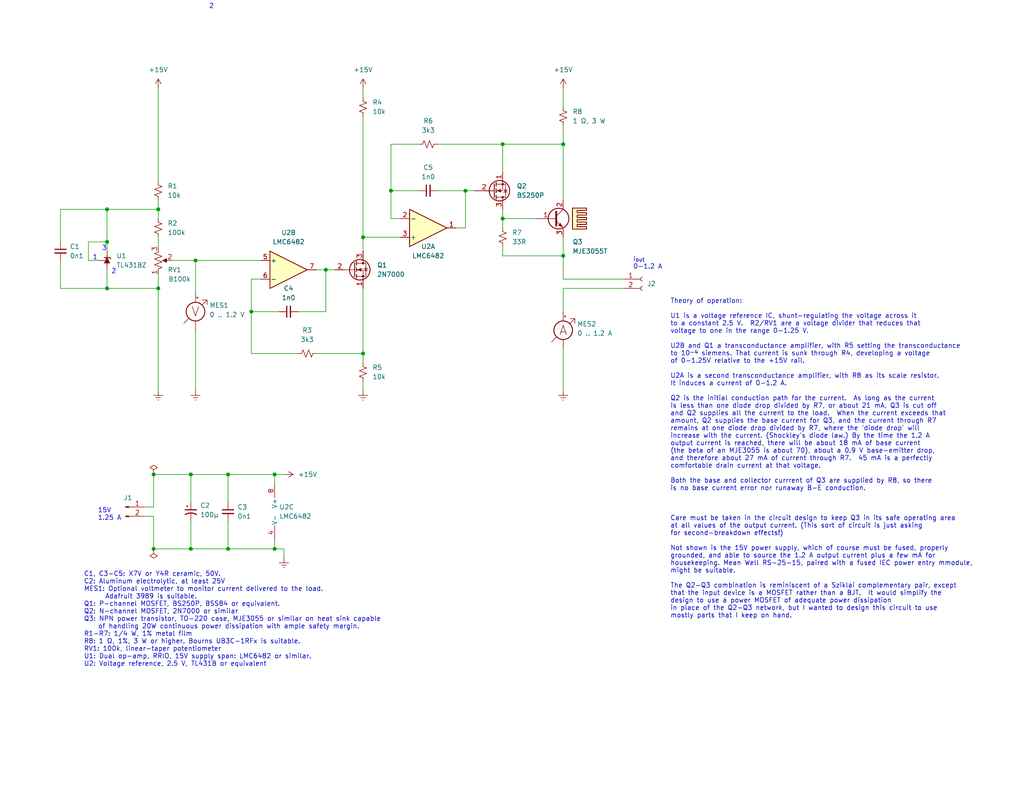
<source format=kicad_sch>
(kicad_sch (version 20230121) (generator eeschema)
  (paper "A")
  (title_block (title "Laboratory Current Source") (date "2026-02-07") (rev "E") (company "Kludges from Kevin's Cave") (comment 1 "Eipsode 14- Transconductance Amplifiers 1") (comment 2 "Op-Amp Basics"))
  (lib_symbols
    (symbol "Amplifier_Operational:LMC6482" (pin_names (offset 0.127))
      (property "Reference" "U" (at 0 5.08 0))
      (property "Value" "LMC6482" (at 0 -5.08 0))
      (symbol "LMC6482_1_1"
        (polyline (pts (xy -5.08 5.08) (xy 5.08 0) (xy -5.08 -5.08) (xy -5.08 5.08)) (stroke (width 0.254)) (fill (type background)))
        (pin output line (at 7.62 0 180) (length 2.54) (name "~") (number "1"))
        (pin input line (at -7.62 -2.54 0) (length 2.54) (name "-") (number "2"))
        (pin input line (at -7.62 2.54 0) (length 2.54) (name "+") (number "3"))
      )
      (symbol "LMC6482_2_1"
        (polyline (pts (xy -5.08 5.08) (xy 5.08 0) (xy -5.08 -5.08) (xy -5.08 5.08)) (stroke (width 0.254)) (fill (type background)))
        (pin input line (at -7.62 2.54 0) (length 2.54) (name "+") (number "5"))
        (pin input line (at -7.62 -2.54 0) (length 2.54) (name "-") (number "6"))
        (pin output line (at 7.62 0 180) (length 2.54) (name "~") (number "7"))
      )
      (symbol "LMC6482_3_1"
        (pin power_in line (at -2.54 -7.62 90) (length 3.81) (name "V-") (number "4"))
        (pin power_in line (at -2.54 7.62 270) (length 3.81) (name "V+") (number "8"))
      )
    )
    (symbol "Connector:Conn_01x02_Pin" (pin_names (offset 1.016) hide)
      (property "Reference" "J" (at 0 2.54 0))
      (property "Value" "Conn_01x02_Pin" (at 0 -5.08 0))
      (symbol "Conn_01x02_Pin_1_1"
        (polyline (pts (xy 1.27 -2.54) (xy 0.8636 -2.54)) (stroke (width 0.1524)))
        (polyline (pts (xy 1.27 0) (xy 0.8636 0)) (stroke (width 0.1524)))
        (rectangle (start 0.8636 -2.413) (end 0 -2.667) (stroke (width 0.1524)) (fill (type outline)))
        (rectangle (start 0.8636 0.127) (end 0 -0.127) (stroke (width 0.1524)) (fill (type outline)))
        (pin passive line (at 5.08 0 180) (length 3.81) (name "Pin_1") (number "1"))
        (pin passive line (at 5.08 -2.54 180) (length 3.81) (name "Pin_2") (number "2"))
      )
    )
    (symbol "Connector:Conn_01x02_Socket" (pin_names (offset 1.016) hide)
      (property "Reference" "J" (at 0 2.54 0))
      (property "Value" "Conn_01x02_Socket" (at 0 -5.08 0))
      (symbol "Conn_01x02_Socket_1_1"
        (arc (start 0 -2.032) (mid -0.5058 -2.54) (end 0 -3.048) (stroke (width 0.1524)))
        (polyline (pts (xy -1.27 -2.54) (xy -0.508 -2.54)) (stroke (width 0.1524)))
        (polyline (pts (xy -1.27 0) (xy -0.508 0)) (stroke (width 0.1524)))
        (arc (start 0 0.508) (mid -0.5058 0) (end 0 -0.508) (stroke (width 0.1524)))
        (pin passive line (at -5.08 0 0) (length 3.81) (name "Pin_1") (number "1"))
        (pin passive line (at -5.08 -2.54 0) (length 3.81) (name "Pin_2") (number "2"))
      )
    )
    (symbol "Device:Ammeter_DC" (pin_numbers hide) (pin_names (offset 0.0254) hide)
      (property "Reference" "MES" (at -3.302 1.016 0))
      (property "Value" "Ammeter_DC" (at -3.302 -0.762 0))
      (symbol "Ammeter_DC_0_0"
        (polyline (pts (xy -3.175 -3.175) (xy -1.905 -1.905)))
        (polyline (pts (xy 1.905 1.905) (xy 3.175 3.175)))
        (polyline (pts (xy 1.905 3.175) (xy 3.175 3.175) (xy 3.175 1.905)))
        (text "A" (at 0 0 0) (effects (font (size 2.54 2.54))))
      )
      (symbol "Ammeter_DC_0_1"
        (polyline (pts (xy 0.254 3.81) (xy 0.762 3.81)))
        (polyline (pts (xy 0.508 4.064) (xy 0.508 3.556)))
        (circle (center 0 0) (radius 2.54) (stroke (width 0.254)))
      )
      (symbol "Ammeter_DC_1_1"
        (pin passive line (at 0 -5.08 90) (length 2.54) (name "-") (number "1"))
        (pin passive line (at 0 5.08 270) (length 2.54) (name "+") (number "2"))
      )
    )
    (symbol "Device:C_Polarized_Small_US" (pin_numbers hide) (pin_names (offset 0.254) hide)
      (property "Reference" "C" (at 0.254 1.778 0))
      (property "Value" "C_Polarized_Small_US" (at 0.254 -2.032 0))
      (symbol "C_Polarized_Small_US_0_1"
        (polyline (pts (xy -1.524 0.508) (xy 1.524 0.508)) (stroke (width 0.3048)))
        (polyline (pts (xy -1.27 1.524) (xy -0.762 1.524)))
        (polyline (pts (xy -1.016 1.27) (xy -1.016 1.778)))
        (arc (start 1.524 -0.762) (mid 0 -0.3734) (end -1.524 -0.762) (stroke (width 0.3048)))
      )
      (symbol "C_Polarized_Small_US_1_1"
        (pin passive line (at 0 2.54 270) (length 2.032) (name "~") (number "1"))
        (pin passive line (at 0 -2.54 90) (length 2.032) (name "~") (number "2"))
      )
    )
    (symbol "Device:C_Small" (pin_numbers hide) (pin_names (offset 0.254) hide)
      (property "Reference" "C" (at 0.254 1.778 0))
      (property "Value" "C_Small" (at 0.254 -2.032 0))
      (symbol "C_Small_0_1"
        (polyline (pts (xy -1.524 -0.508) (xy 1.524 -0.508)) (stroke (width 0.3302)))
        (polyline (pts (xy -1.524 0.508) (xy 1.524 0.508)) (stroke (width 0.3048)))
      )
      (symbol "C_Small_1_1"
        (pin passive line (at 0 2.54 270) (length 2.032) (name "~") (number "1"))
        (pin passive line (at 0 -2.54 90) (length 2.032) (name "~") (number "2"))
      )
    )
    (symbol "Device:Q_NMOS_SGD" (pin_names (offset 0) hide)
      (property "Reference" "Q" (at 5.08 1.27 0))
      (property "Value" "Q_NMOS_SGD" (at 5.08 -1.27 0))
      (symbol "Q_NMOS_SGD_0_1"
        (polyline (pts (xy 0.254 0) (xy -2.54 0)))
        (polyline (pts (xy 0.254 1.905) (xy 0.254 -1.905)) (stroke (width 0.254)))
        (polyline (pts (xy 0.762 -1.27) (xy 0.762 -2.286)) (stroke (width 0.254)))
        (polyline (pts (xy 0.762 0.508) (xy 0.762 -0.508)) (stroke (width 0.254)))
        (polyline (pts (xy 0.762 2.286) (xy 0.762 1.27)) (stroke (width 0.254)))
        (polyline (pts (xy 2.54 2.54) (xy 2.54 1.778)))
        (polyline (pts (xy 2.54 -2.54) (xy 2.54 0) (xy 0.762 0)))
        (polyline (pts (xy 0.762 -1.778) (xy 3.302 -1.778) (xy 3.302 1.778) (xy 0.762 1.778)))
        (polyline (pts (xy 1.016 0) (xy 2.032 0.381) (xy 2.032 -0.381) (xy 1.016 0)) (fill (type outline)))
        (polyline (pts (xy 2.794 0.508) (xy 2.921 0.381) (xy 3.683 0.381) (xy 3.81 0.254)))
        (polyline (pts (xy 3.302 0.381) (xy 2.921 -0.254) (xy 3.683 -0.254) (xy 3.302 0.381)))
        (circle (center 1.651 0) (radius 2.794) (stroke (width 0.254)))
        (circle (center 2.54 -1.778) (radius 0.254) (fill (type outline)))
        (circle (center 2.54 1.778) (radius 0.254) (fill (type outline)))
      )
      (symbol "Q_NMOS_SGD_1_1"
        (pin passive line (at 2.54 -5.08 90) (length 2.54) (name "S") (number "1"))
        (pin input line (at -5.08 0 0) (length 5.08) (name "G") (number "2"))
        (pin passive line (at 2.54 5.08 270) (length 2.54) (name "D") (number "3"))
      )
    )
    (symbol "Device:Q_NPN_BCE" (pin_names (offset 0) hide)
      (property "Reference" "Q" (at 5.08 1.27 0))
      (property "Value" "Q_NPN_BCE" (at 5.08 -1.27 0))
      (symbol "Q_NPN_BCE_0_1"
        (polyline (pts (xy 0.635 0.635) (xy 2.54 2.54)))
        (polyline (pts (xy 0.635 -0.635) (xy 2.54 -2.54) (xy 2.54 -2.54)))
        (polyline (pts (xy 0.635 1.905) (xy 0.635 -1.905) (xy 0.635 -1.905)) (stroke (width 0.508)))
        (polyline (pts (xy 1.27 -1.778) (xy 1.778 -1.27) (xy 2.286 -2.286) (xy 1.27 -1.778) (xy 1.27 -1.778)) (fill (type outline)))
        (circle (center 1.27 0) (radius 2.8194) (stroke (width 0.254)))
      )
      (symbol "Q_NPN_BCE_1_1"
        (pin input line (at -5.08 0 0) (length 5.715) (name "B") (number "1"))
        (pin passive line (at 2.54 5.08 270) (length 2.54) (name "C") (number "2"))
        (pin passive line (at 2.54 -5.08 90) (length 2.54) (name "E") (number "3"))
      )
    )
    (symbol "Device:R_Potentiometer_US" (pin_names (offset 1.016) hide)
      (property "Reference" "RV" (at -4.445 0 90))
      (property "Value" "R_Potentiometer_US" (at -2.54 0 90))
      (symbol "R_Potentiometer_US_0_1"
        (polyline (pts (xy 0 -2.286) (xy 0 -2.54)))
        (polyline (pts (xy 0 2.54) (xy 0 2.286)))
        (polyline (pts (xy 2.54 0) (xy 1.524 0)))
        (polyline (pts (xy 1.143 0) (xy 2.286 0.508) (xy 2.286 -0.508) (xy 1.143 0)) (fill (type outline)))
        (polyline (pts (xy 0 -0.762) (xy 1.016 -1.143) (xy 0 -1.524) (xy -1.016 -1.905) (xy 0 -2.286)))
        (polyline (pts (xy 0 0.762) (xy 1.016 0.381) (xy 0 0) (xy -1.016 -0.381) (xy 0 -0.762)))
        (polyline (pts (xy 0 2.286) (xy 1.016 1.905) (xy 0 1.524) (xy -1.016 1.143) (xy 0 0.762)))
      )
      (symbol "R_Potentiometer_US_1_1"
        (pin passive line (at 0 3.81 270) (length 1.27) (name "1") (number "1"))
        (pin passive line (at 3.81 0 180) (length 1.27) (name "2") (number "2"))
        (pin passive line (at 0 -3.81 90) (length 1.27) (name "3") (number "3"))
      )
    )
    (symbol "Device:R_Small_US" (pin_numbers hide) (pin_names (offset 0.254) hide)
      (property "Reference" "R" (at 0.762 0.508 0))
      (property "Value" "R_Small_US" (at 0.762 -1.016 0))
      (symbol "R_Small_US_1_1"
        (polyline (pts (xy 0 0) (xy 1.016 -0.381) (xy 0 -0.762) (xy -1.016 -1.143) (xy 0 -1.524)))
        (polyline (pts (xy 0 1.524) (xy 1.016 1.143) (xy 0 0.762) (xy -1.016 0.381) (xy 0 0)))
        (pin passive line (at 0 2.54 270) (length 1.016) (name "~") (number "1"))
        (pin passive line (at 0 -2.54 90) (length 1.016) (name "~") (number "2"))
      )
    )
    (symbol "Device:Voltmeter_DC" (pin_numbers hide) (pin_names (offset 0.0254) hide)
      (property "Reference" "MES" (at -3.302 1.016 0))
      (property "Value" "Voltmeter_DC" (at -3.302 -0.762 0))
      (symbol "Voltmeter_DC_0_0"
        (polyline (pts (xy -3.175 -3.175) (xy -1.905 -1.905)))
        (polyline (pts (xy 1.905 1.905) (xy 3.175 3.175)))
        (polyline (pts (xy 1.905 3.175) (xy 3.175 3.175) (xy 3.175 1.905)))
        (text "V" (at 0 0 0) (effects (font (size 2.54 2.54))))
      )
      (symbol "Voltmeter_DC_0_1"
        (polyline (pts (xy 0.254 3.81) (xy 0.762 3.81)))
        (polyline (pts (xy 0.508 4.064) (xy 0.508 3.556)))
        (circle (center 0 0) (radius 2.54) (stroke (width 0.254)))
      )
      (symbol "Voltmeter_DC_1_1"
        (pin passive line (at 0 -5.08 90) (length 2.54) (name "-") (number "1"))
        (pin passive line (at 0 5.08 270) (length 2.54) (name "+") (number "2"))
      )
    )
    (symbol "Mechanical:Heatsink" (pin_names (offset 1.016))
      (property "Reference" "HS" (at 0 5.08 0))
      (property "Value" "Heatsink" (at 0 -1.27 0))
      (symbol "Heatsink_0_1"
        (polyline (pts (xy -0.3302 1.27) (xy -0.9652 1.27) (xy -0.9652 3.81) (xy -1.6002 3.81) (xy -1.6002 1.27) (xy -2.2352 1.27) (xy -2.2352 3.81) (xy -2.8702 3.81) (xy -2.8702 0) (xy -0.9652 0)) (stroke (width 0.254)) (fill (type background)))
        (polyline (pts (xy -0.3302 1.27) (xy -0.3302 3.81) (xy 0.3048 3.81) (xy 0.3048 1.27) (xy 0.9398 1.27) (xy 0.9398 3.81) (xy 1.5748 3.81) (xy 1.5748 1.27) (xy 2.2098 1.27) (xy 2.2098 3.81) (xy 2.8448 3.81) (xy 2.8448 0) (xy -0.9652 0)) (stroke (width 0.254)) (fill (type background)))
      )
    )
    (symbol "Reference_Voltage:TL431LP" (pin_numbers hide) (pin_names hide)
      (property "Reference" "U" (at -2.54 2.54 0))
      (property "Value" "TL431LP" (at 0 -2.54 0))
      (symbol "TL431LP_0_1"
        (polyline (pts (xy -1.27 0) (xy 0 0) (xy 1.27 0)))
        (polyline (pts (xy -0.762 0.762) (xy 0.762 0) (xy -0.762 -0.762)) (fill (type outline)))
        (polyline (pts (xy 0.508 -1.016) (xy 0.762 -0.762) (xy 0.762 0.762) (xy 0.762 0.762)) (stroke (width 0.254)))
      )
      (symbol "TL431LP_1_1"
        (pin passive line (at 0 2.54 270) (length 2.54) (name "REF") (number "1"))
        (pin passive line (at -2.54 0 0) (length 2.54) (name "A") (number "2"))
        (pin passive line (at 2.54 0 180) (length 2.54) (name "K") (number "3"))
      )
    )
    (symbol "Transistor_FET:2N7000" (pin_names hide)
      (property "Reference" "Q" (at 5.08 1.905 0))
      (property "Value" "2N7000" (at 5.08 0 0))
      (symbol "2N7000_0_1"
        (polyline (pts (xy 0.254 0) (xy -2.54 0)))
        (polyline (pts (xy 0.254 1.905) (xy 0.254 -1.905)) (stroke (width 0.254)))
        (polyline (pts (xy 0.762 -1.27) (xy 0.762 -2.286)) (stroke (width 0.254)))
        (polyline (pts (xy 0.762 0.508) (xy 0.762 -0.508)) (stroke (width 0.254)))
        (polyline (pts (xy 0.762 2.286) (xy 0.762 1.27)) (stroke (width 0.254)))
        (polyline (pts (xy 2.54 2.54) (xy 2.54 1.778)))
        (polyline (pts (xy 2.54 -2.54) (xy 2.54 0) (xy 0.762 0)))
        (polyline (pts (xy 0.762 -1.778) (xy 3.302 -1.778) (xy 3.302 1.778) (xy 0.762 1.778)))
        (polyline (pts (xy 1.016 0) (xy 2.032 0.381) (xy 2.032 -0.381) (xy 1.016 0)) (fill (type outline)))
        (polyline (pts (xy 2.794 0.508) (xy 2.921 0.381) (xy 3.683 0.381) (xy 3.81 0.254)))
        (polyline (pts (xy 3.302 0.381) (xy 2.921 -0.254) (xy 3.683 -0.254) (xy 3.302 0.381)))
        (circle (center 1.651 0) (radius 2.794) (stroke (width 0.254)))
        (circle (center 2.54 -1.778) (radius 0.254) (fill (type outline)))
        (circle (center 2.54 1.778) (radius 0.254) (fill (type outline)))
      )
      (symbol "2N7000_1_1"
        (pin passive line (at 2.54 -5.08 90) (length 2.54) (name "S") (number "1"))
        (pin input line (at -5.08 0 0) (length 2.54) (name "G") (number "2"))
        (pin passive line (at 2.54 5.08 270) (length 2.54) (name "D") (number "3"))
      )
    )
    (symbol "power:+15V" (power) (pin_names (offset 0))
      (property "Value" "+15V" (at 0 3.556 0))
      (symbol "+15V_0_1"
        (polyline (pts (xy -0.762 1.27) (xy 0 2.54)))
        (polyline (pts (xy 0 0) (xy 0 2.54)))
        (polyline (pts (xy 0 2.54) (xy 0.762 1.27)))
      )
      (symbol "+15V_1_1"
        (pin power_in line (at 0 0 90) (length 0) hide (name "+15V") (number "1"))
      )
    )
    (symbol "power:Earth" (power) (pin_names (offset 0))
      (symbol "Earth_0_1"
        (polyline (pts (xy -0.635 -1.905) (xy 0.635 -1.905)))
        (polyline (pts (xy -0.127 -2.54) (xy 0.127 -2.54)))
        (polyline (pts (xy 0 -1.27) (xy 0 0)))
        (polyline (pts (xy 1.27 -1.27) (xy -1.27 -1.27)))
      )
      (symbol "Earth_1_1"
        (pin power_in line (at 0 0 270) (length 0) hide (name "Earth") (number "1"))
      )
    )
    (symbol "power:PWR_FLAG" (power) (pin_numbers hide) (pin_names (offset 0) hide)
      (property "Value" "PWR_FLAG" (at 0 3.81 0))
      (symbol "PWR_FLAG_0_0"
        (pin power_out line (at 0 0 90) (length 0) (name "pwr") (number "1"))
      )
      (symbol "PWR_FLAG_0_1"
        (polyline (pts (xy 0 0) (xy 0 1.27) (xy -1.016 1.905) (xy 0 2.54) (xy 1.016 1.905) (xy 0 1.27)))
      )
    )
  )
  (junction (at 74.93 129.54))
  (junction (at 62.23 149.86))
  (junction (at 41.91 129.54))
  (junction (at 137.16 59.69))
  (junction (at 43.18 78.74))
  (junction (at 99.06 64.77))
  (junction (at 74.93 149.86))
  (junction (at 68.58 85.09))
  (junction (at 127 52.07))
  (junction (at 29.21 78.74))
  (junction (at 53.34 71.12))
  (junction (at 88.9 73.66))
  (junction (at 153.67 69.85))
  (junction (at 137.16 39.37))
  (junction (at 41.91 149.86))
  (junction (at 29.21 66.04))
  (junction (at 43.18 57.15))
  (junction (at 52.07 129.54))
  (junction (at 153.67 39.37))
  (junction (at 106.68 52.07))
  (junction (at 29.21 57.15))
  (junction (at 52.07 149.86))
  (junction (at 99.06 96.52))
  (junction (at 62.23 129.54))
  (wire (pts (xy 29.21 66.04) (xy 29.21 68.58)))
  (wire (pts (xy 41.91 138.43) (xy 41.91 129.54)))
  (wire (pts (xy 43.18 54.61) (xy 43.18 57.15)))
  (wire (pts (xy 153.67 39.37) (xy 153.67 54.61)))
  (wire (pts (xy 43.18 74.93) (xy 43.18 78.74)))
  (wire (pts (xy 29.21 73.66) (xy 29.21 78.74)))
  (wire (pts (xy 86.36 73.66) (xy 88.9 73.66)))
  (wire (pts (xy 127 52.07) (xy 127 62.23)))
  (wire (pts (xy 68.58 96.52) (xy 68.58 85.09)))
  (wire (pts (xy 99.06 78.74) (xy 99.06 96.52)))
  (wire (pts (xy 106.68 39.37) (xy 106.68 52.07)))
  (wire (pts (xy 29.21 78.74) (xy 43.18 78.74)))
  (wire (pts (xy 170.18 76.2) (xy 153.67 76.2)))
  (wire (pts (xy 153.67 24.13) (xy 153.67 29.21)))
  (wire (pts (xy 46.99 71.12) (xy 53.34 71.12)))
  (wire (pts (xy 119.38 52.07) (xy 127 52.07)))
  (wire (pts (xy 137.16 67.31) (xy 137.16 69.85)))
  (wire (pts (xy 16.51 78.74) (xy 29.21 78.74)))
  (wire (pts (xy 153.67 64.77) (xy 153.67 69.85)))
  (wire (pts (xy 153.67 69.85) (xy 153.67 76.2)))
  (wire (pts (xy 39.37 138.43) (xy 41.91 138.43)))
  (wire (pts (xy 137.16 59.69) (xy 146.05 59.69)))
  (wire (pts (xy 41.91 129.54) (xy 52.07 129.54)))
  (wire (pts (xy 153.67 95.25) (xy 153.67 106.68)))
  (wire (pts (xy 52.07 142.24) (xy 52.07 149.86)))
  (wire (pts (xy 74.93 129.54) (xy 77.47 129.54)))
  (wire (pts (xy 53.34 90.17) (xy 53.34 106.68)))
  (wire (pts (xy 16.51 66.04) (xy 16.51 57.15)))
  (wire (pts (xy 43.18 78.74) (xy 43.18 106.68)))
  (wire (pts (xy 88.9 73.66) (xy 88.9 85.09)))
  (wire (pts (xy 137.16 57.15) (xy 137.16 59.69)))
  (wire (pts (xy 74.93 129.54) (xy 74.93 132.08)))
  (wire (pts (xy 43.18 24.13) (xy 43.18 49.53)))
  (wire (pts (xy 170.18 78.74) (xy 153.67 78.74)))
  (wire (pts (xy 41.91 140.97) (xy 41.91 149.86)))
  (wire (pts (xy 137.16 39.37) (xy 153.67 39.37)))
  (wire (pts (xy 119.38 39.37) (xy 137.16 39.37)))
  (wire (pts (xy 71.12 76.2) (xy 68.58 76.2)))
  (wire (pts (xy 137.16 69.85) (xy 153.67 69.85)))
  (wire (pts (xy 24.13 66.04) (xy 29.21 66.04)))
  (wire (pts (xy 53.34 71.12) (xy 53.34 80.01)))
  (wire (pts (xy 99.06 96.52) (xy 86.36 96.52)))
  (wire (pts (xy 52.07 129.54) (xy 52.07 137.16)))
  (wire (pts (xy 153.67 78.74) (xy 153.67 85.09)))
  (wire (pts (xy 39.37 140.97) (xy 41.91 140.97)))
  (wire (pts (xy 106.68 59.69) (xy 109.22 59.69)))
  (wire (pts (xy 106.68 52.07) (xy 106.68 59.69)))
  (wire (pts (xy 137.16 59.69) (xy 137.16 62.23)))
  (wire (pts (xy 29.21 57.15) (xy 29.21 66.04)))
  (wire (pts (xy 114.3 39.37) (xy 106.68 39.37)))
  (wire (pts (xy 77.47 149.86) (xy 77.47 152.4)))
  (wire (pts (xy 99.06 31.75) (xy 99.06 64.77)))
  (wire (pts (xy 88.9 85.09) (xy 81.28 85.09)))
  (wire (pts (xy 62.23 129.54) (xy 62.23 137.16)))
  (wire (pts (xy 68.58 85.09) (xy 76.2 85.09)))
  (wire (pts (xy 114.3 52.07) (xy 106.68 52.07)))
  (wire (pts (xy 43.18 59.69) (xy 43.18 57.15)))
  (wire (pts (xy 99.06 104.14) (xy 99.06 106.68)))
  (wire (pts (xy 43.18 57.15) (xy 29.21 57.15)))
  (wire (pts (xy 52.07 129.54) (xy 62.23 129.54)))
  (wire (pts (xy 62.23 142.24) (xy 62.23 149.86)))
  (wire (pts (xy 16.51 71.12) (xy 16.51 78.74)))
  (wire (pts (xy 74.93 149.86) (xy 77.47 149.86)))
  (wire (pts (xy 43.18 64.77) (xy 43.18 67.31)))
  (wire (pts (xy 68.58 76.2) (xy 68.58 85.09)))
  (wire (pts (xy 81.28 96.52) (xy 68.58 96.52)))
  (wire (pts (xy 16.51 57.15) (xy 29.21 57.15)))
  (wire (pts (xy 62.23 149.86) (xy 74.93 149.86)))
  (wire (pts (xy 53.34 71.12) (xy 71.12 71.12)))
  (wire (pts (xy 24.13 71.12) (xy 24.13 66.04)))
  (wire (pts (xy 137.16 46.99) (xy 137.16 39.37)))
  (wire (pts (xy 99.06 64.77) (xy 109.22 64.77)))
  (wire (pts (xy 99.06 64.77) (xy 99.06 68.58)))
  (wire (pts (xy 52.07 149.86) (xy 62.23 149.86)))
  (wire (pts (xy 99.06 24.13) (xy 99.06 26.67)))
  (wire (pts (xy 41.91 149.86) (xy 52.07 149.86)))
  (wire (pts (xy 127 62.23) (xy 124.46 62.23)))
  (wire (pts (xy 153.67 34.29) (xy 153.67 39.37)))
  (wire (pts (xy 99.06 96.52) (xy 99.06 99.06)))
  (wire (pts (xy 26.67 71.12) (xy 24.13 71.12)))
  (wire (pts (xy 127 52.07) (xy 129.54 52.07)))
  (wire (pts (xy 88.9 73.66) (xy 91.44 73.66)))
  (wire (pts (xy 74.93 147.32) (xy 74.93 149.86)))
  (wire (pts (xy 62.23 129.54) (xy 74.93 129.54)))
  (text "C1, C3-C5: X7V or Y4R ceramic, 50V.\nC2: Aluminum electrolytic, at least 25V\nMES1: Optional voltmeter to monitor current delivered to the load.\n      Adafruit 3989 is suitable.\nQ1: P-channel MOSFET, BS250P, BSS84 or equivalent.\nQ2: N-channel MOSFET, 2N7000 or similar\nQ3: NPN power transistor, TO-220 case, MJE3055 or similar on heat sink capable\n    of handling 20W continuous power dissipation with ample safety margin.\nR1-R7: 1/4 W, 1% metal film\nR8: 1 Ω, 1%, 3 W or higher. Bourns UB3C-1RFx is suitable.\nRV1: 100k, linear-taper potentiometer\nU1: Dual op-amp, RRIO, 15V supply span: LMC6482 or similar.\nU2: Voltage reference, 2.5 V, TL431B or equivalent\n\n" (at 22.86 184.15 0) (effects (font (size 1.27 1.27)) (justify left bottom)))
  (text "Theory of operation:\n\nU1 is a voltage reference IC, shunt-regulating the voltage across it\nto a constant 2.5 V.  R2/RV1 are a voltage divider that reduces that\nvoltage to one in the range 0-1.25 V.\n\nU2B and Q1 a transconductance amplifier, with R5 setting the transconductance\nto 10^{-4} siemens. That current is sunk through R4, developing a voltage\nof 0-1.25V relative to the +15V rail.\n\nU2A is a second transconductance amplifier, with R8 as its scale resistor.\nIt induces a current of 0-1.2 A.\n\nQ2 is the initial conduction path for the current.  As long as the current\nis less than one diode drop divided by R7, or about 21 mA, Q3 is cut off\nand Q2 supplies all the current to the load.  When the current exceeds that\namount, Q2 supplies the base current for Q3, and the current through R7\nremains at one diode drop divided by R7, where the 'diode drop' will\nincrease with the current. (Shockley's diode law.) By the time the 1.2 A\noutput current is reached, there will be about 18 mA of base current\n(the beta of an MJE3055 is about 70), about a 0.9 V base-emitter drop,\nand therefore about 27 mA of current through R7.  45 mA is a perfectly\ncomfortable drain current at that voltage.\n\nBoth the base and collector currrent of Q3 are supplied by R8, so there \nis no base current error nor runaway B-E conduction. \n\n\n\nCare must be taken in the circuit design to keep Q3 in its safe operating area\nat all values of the output current. (This sort of circuit is just asking\nfor second-breakdown effects!)\n\nNot shown is the 15V power supply, which of course must be fused, properly\ngrounded, and able to source the 1.2 A output current plus a few mA for\nhousekeeping. Mean Well RS-25-15, paired with a fused IEC power entry mmodule,\nmight be suitable.\n\nThe Q2-Q3 combination is reminiscent of a Sziklai complementary pair, except\nthat the input device is a MOSFET rather than a BJT.  It would simplify the \ndesign to use a power MOSFET of adequate power dissipation \nin place of the Q2-Q3 network, but I wanted to design this circuit to use \nmostly parts that I keep on hand." (at 182.88 168.91 0) (effects (font (size 1.27 1.27)) (justify left bottom)))
  (text "2" (at 58.42 2.54 0) (effects (font (size 1.27 1.27)) (justify right bottom)))
  (text "2" (at 31.75 74.93 0) (effects (font (size 1.27 1.27)) (justify right bottom)))
  (text "15V\n1.25 A" (at 26.67 142.24 0) (effects (font (size 1.27 1.27)) (justify left bottom)))
  (text "3" (at 29.21 68.58 0) (effects (font (size 1.27 1.27)) (justify right bottom)))
  (text "I_{out}\n0-1.2 A" (at 172.72 73.66 0) (effects (font (size 1.27 1.27)) (justify left bottom)))
  (text "1" (at 26.67 71.12 0) (effects (font (size 1.27 1.27)) (justify right bottom)))
  (symbol (lib_id "power:Earth") (at 153.67 106.68 0) (unit 1)
    (property "Reference" "#PWR08" (effects hide))
    (property "Value" "Earth" (effects hide))
  )
  (symbol (lib_id "Device:C_Polarized_Small_US") (at 52.07 139.7 0) (unit 1)
    (property "Reference" "C2" (at 54.61 137.9982 0) (effects (justify left)))
    (property "Value" "100µ" (at 54.61 140.5382 0) (effects (justify left)))
  )
  (symbol (lib_id "Reference_Voltage:TL431LP") (at 29.21 71.12 90) (unit 1)
    (property "Reference" "U1" (at 31.75 69.85 90) (effects (justify right)))
    (property "Value" "TL431BZ" (at 31.75 72.39 90) (effects (justify right)))
    (property "Footprint" "Package_TO_SOT_THT:TO-92_Inline" (effects hide))
    (property "Datasheet" "http://www.ti.com/lit/ds/symlink/tl431.pdf" (effects hide))
  )
  (symbol (lib_id "power:Earth") (at 99.06 106.68 0) (unit 1)
    (property "Reference" "#PWR06" (effects hide))
    (property "Value" "Earth" (effects hide))
  )
  (symbol (lib_id "Device:R_Small_US") (at 116.84 39.37 90) (unit 1)
    (property "Reference" "R6" (at 116.84 33.02 90))
    (property "Value" "3k3" (at 116.84 35.56 90))
  )
  (symbol (lib_id "power:Earth") (at 77.47 152.4 0) (unit 1)
    (property "Reference" "#PWR04" (effects hide))
    (property "Value" "Earth" (effects hide))
  )
  (symbol (lib_id "Device:R_Small_US") (at 43.18 52.07 0) (unit 1)
    (property "Reference" "R1" (at 45.72 50.8 0) (effects (justify left)))
    (property "Value" "10k" (at 45.72 53.34 0) (effects (justify left)))
  )
  (symbol (lib_id "Device:Q_NMOS_SGD") (at 134.62 52.07 0) (mirror x) (unit 1)
    (property "Reference" "Q2" (at 140.97 50.8 0) (effects (justify left)))
    (property "Value" "BS250P" (at 140.97 53.34 0) (effects (justify left)))
  )
  (symbol (lib_id "Device:R_Small_US") (at 99.06 101.6 0) (unit 1)
    (property "Reference" "R5" (at 101.6 100.33 0) (effects (justify left)))
    (property "Value" "10k" (at 101.6 102.87 0) (effects (justify left)))
  )
  (symbol (lib_id "Device:R_Small_US") (at 99.06 29.21 0) (unit 1)
    (property "Reference" "R4" (at 101.6 27.94 0) (effects (justify left)))
    (property "Value" "10k" (at 101.6 30.48 0) (effects (justify left)))
  )
  (symbol (lib_id "Device:C_Small") (at 116.84 52.07 90) (unit 1)
    (property "Reference" "C5" (at 116.8463 45.72 90))
    (property "Value" "1n0" (at 116.8463 48.26 90))
  )
  (symbol (lib_id "Connector:Conn_01x02_Socket") (at 175.26 76.2 0) (unit 1)
    (property "Reference" "J2" (at 176.53 77.47 0) (effects (justify left)))
    (property "Value" "Conn_01x02_Socket" (effects hide))
  )
  (symbol (lib_id "Device:C_Small") (at 62.23 139.7 0) (unit 1)
    (property "Reference" "C3" (at 64.77 138.4363 0) (effects (justify left)))
    (property "Value" "0n1" (at 64.77 140.9763 0) (effects (justify left)))
  )
  (symbol (lib_id "Amplifier_Operational:LMC6482") (at 116.84 62.23 0) (mirror x) (unit 1)
    (property "Reference" "U2" (at 116.84 67.31 0))
    (property "Value" "LMC6482" (at 116.84 69.85 0))
    (property "Datasheet" "http://www.ti.com/lit/ds/symlink/lmc6482.pdf" (effects hide))
  )
  (symbol (lib_id "Device:Ammeter_DC") (at 153.67 90.17 0) (unit 1)
    (property "Reference" "MES2" (at 157.48 88.4555 0) (effects (justify left)))
    (property "Value" "0 .. 1.2 A" (at 157.48 90.9955 0) (effects (justify left)))
  )
  (symbol (lib_id "power:+15V") (at 153.67 24.13 0) (unit 1)
    (property "Reference" "#PWR07" (effects hide))
    (property "Value" "+15V" (at 153.67 19.05 0))
  )
  (symbol (lib_id "Device:R_Small_US") (at 83.82 96.52 90) (unit 1)
    (property "Reference" "R3" (at 83.82 90.17 90))
    (property "Value" "3k3" (at 83.82 92.71 90))
  )
  (symbol (lib_id "Mechanical:Heatsink") (at 156.21 59.69 270) (unit 1)
    (property "Reference" "HS1" (effects hide))
    (property "Value" "Heatsink" (effects hide))
  )
  (symbol (lib_id "power:+15V") (at 77.47 129.54 270) (unit 1)
    (property "Reference" "#PWR03" (effects hide))
    (property "Value" "+15V" (at 81.28 129.54 90) (effects (justify left)))
  )
  (symbol (lib_id "power:Earth") (at 53.34 106.68 0) (unit 1)
    (property "Reference" "#PWR09" (effects hide))
    (property "Value" "Earth" (effects hide))
  )
  (symbol (lib_id "power:PWR_FLAG") (at 41.91 129.54 0) (unit 1)
    (property "Reference" "#FLG01" (effects hide))
    (property "Value" "PWR_FLAG" (effects hide))
  )
  (symbol (lib_id "Device:R_Small_US") (at 43.18 62.23 0) (unit 1)
    (property "Reference" "R2" (at 45.72 60.96 0) (effects (justify left)))
    (property "Value" "100k" (at 45.72 63.5 0) (effects (justify left)))
  )
  (symbol (lib_id "Device:R_Small_US") (at 153.67 31.75 0) (unit 1)
    (property "Reference" "R8" (at 156.21 30.48 0) (effects (justify left)))
    (property "Value" "1 Ω, 3 W" (at 156.21 33.02 0) (effects (justify left)))
  )
  (symbol (lib_id "Amplifier_Operational:LMC6482") (at 77.47 139.7 0) (unit 3)
    (property "Reference" "U2" (at 76.2 138.43 0) (effects (justify left)))
    (property "Value" "LMC6482" (at 76.2 140.97 0) (effects (justify left)))
    (property "Datasheet" "http://www.ti.com/lit/ds/symlink/lmc6482.pdf" (effects hide))
  )
  (symbol (lib_id "Device:R_Potentiometer_US") (at 43.18 71.12 0) (mirror x) (unit 1)
    (property "Reference" "RV1" (at 49.53 73.66 0) (effects (justify right)))
    (property "Value" "B100k" (at 52.07 76.2 0) (effects (justify right)))
  )
  (symbol (lib_id "Connector:Conn_01x02_Pin") (at 34.29 138.43 0) (unit 1)
    (property "Reference" "J1" (at 34.925 135.89 0))
    (property "Value" "Conn_01x02_Pin" (effects hide))
  )
  (symbol (lib_id "Transistor_FET:2N7000") (at 96.52 73.66 0) (unit 1)
    (property "Reference" "Q1" (at 102.87 72.39 0) (effects (justify left)))
    (property "Value" "2N7000" (at 102.87 74.93 0) (effects (justify left)))
    (property "Footprint" "Package_TO_SOT_THT:TO-92_Inline" (effects hide))
    (property "Datasheet" "https://www.vishay.com/docs/70226/70226.pdf" (effects hide))
  )
  (symbol (lib_id "Device:R_Small_US") (at 137.16 64.77 0) (unit 1)
    (property "Reference" "R7" (at 139.7 63.5 0) (effects (justify left)))
    (property "Value" "33R" (at 139.7 66.04 0) (effects (justify left)))
  )
  (symbol (lib_id "power:Earth") (at 43.18 106.68 0) (unit 1)
    (property "Reference" "#PWR02" (effects hide))
    (property "Value" "Earth" (effects hide))
  )
  (symbol (lib_id "power:PWR_FLAG") (at 41.91 149.86 0) (mirror x) (unit 1)
    (property "Reference" "#FLG02" (effects hide))
    (property "Value" "PWR_FLAG" (effects hide))
  )
  (symbol (lib_id "Device:C_Small") (at 16.51 68.58 0) (unit 1)
    (property "Reference" "C1" (at 19.05 67.3163 0) (effects (justify left)))
    (property "Value" "0n1" (at 19.05 69.8563 0) (effects (justify left)))
  )
  (symbol (lib_id "power:+15V") (at 43.18 24.13 0) (unit 1)
    (property "Reference" "#PWR01" (effects hide))
    (property "Value" "+15V" (at 43.18 19.05 0))
  )
  (symbol (lib_id "Device:Q_NPN_BCE") (at 151.13 59.69 0) (unit 1)
    (property "Reference" "Q3" (at 156.21 66.04 0) (effects (justify left)))
    (property "Value" "MJE3055T" (at 156.21 68.58 0) (effects (justify left)))
    (property "Footprint" "Package_TO_SOT_THT:TO-220-3_Vertical" (effects hide))
  )
  (symbol (lib_id "Amplifier_Operational:LMC6482") (at 78.74 73.66 0) (unit 2)
    (property "Reference" "U2" (at 78.74 63.5 0))
    (property "Value" "LMC6482" (at 78.74 66.04 0))
    (property "Datasheet" "http://www.ti.com/lit/ds/symlink/lmc6482.pdf" (effects hide))
  )
  (symbol (lib_id "Device:Voltmeter_DC") (at 53.34 85.09 0) (unit 1)
    (property "Reference" "MES1" (at 57.15 83.3755 0) (effects (justify left)))
    (property "Value" "0 .. 1.2 V" (at 57.15 85.9155 0) (effects (justify left)))
  )
  (symbol (lib_id "Device:C_Small") (at 78.74 85.09 90) (unit 1)
    (property "Reference" "C4" (at 78.7463 78.74 90))
    (property "Value" "1n0" (at 78.7463 81.28 90))
  )
  (symbol (lib_id "power:+15V") (at 99.06 24.13 0) (unit 1)
    (property "Reference" "#PWR05" (effects hide))
    (property "Value" "+15V" (at 99.06 19.05 0))
  )
)
</source>
